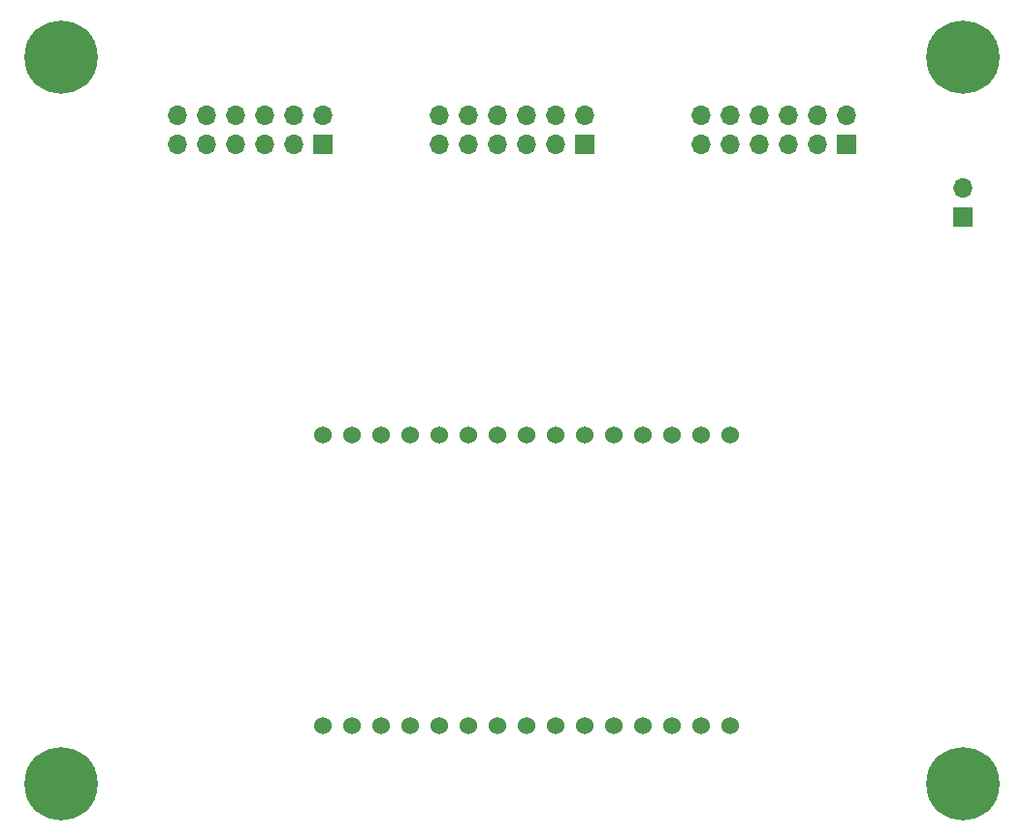
<source format=gbr>
%TF.GenerationSoftware,KiCad,Pcbnew,(6.0.10)*%
%TF.CreationDate,2023-01-05T13:47:08+01:00*%
%TF.ProjectId,pmod_esp32c3_baseboard,706d6f64-5f65-4737-9033-3263335f6261,rev?*%
%TF.SameCoordinates,Original*%
%TF.FileFunction,Soldermask,Top*%
%TF.FilePolarity,Negative*%
%FSLAX46Y46*%
G04 Gerber Fmt 4.6, Leading zero omitted, Abs format (unit mm)*
G04 Created by KiCad (PCBNEW (6.0.10)) date 2023-01-05 13:47:08*
%MOMM*%
%LPD*%
G01*
G04 APERTURE LIST*
%ADD10R,1.700000X1.700000*%
%ADD11O,1.700000X1.700000*%
%ADD12C,0.800000*%
%ADD13C,6.400000*%
%ADD14C,1.524000*%
G04 APERTURE END LIST*
D10*
%TO.C,PMOD2*%
X96520000Y-30480000D03*
D11*
X96520000Y-27940000D03*
X93980000Y-30480000D03*
X93980000Y-27940000D03*
X91440000Y-30480000D03*
X91440000Y-27940000D03*
X88900000Y-30480000D03*
X88900000Y-27940000D03*
X86360000Y-30480000D03*
X86360000Y-27940000D03*
X83820000Y-30480000D03*
X83820000Y-27940000D03*
%TD*%
D10*
%TO.C,PMOD3*%
X119380000Y-30480000D03*
D11*
X119380000Y-27940000D03*
X116840000Y-30480000D03*
X116840000Y-27940000D03*
X114300000Y-30480000D03*
X114300000Y-27940000D03*
X111760000Y-30480000D03*
X111760000Y-27940000D03*
X109220000Y-30480000D03*
X109220000Y-27940000D03*
X106680000Y-30480000D03*
X106680000Y-27940000D03*
%TD*%
D10*
%TO.C,PMOD1*%
X73660000Y-30480000D03*
D11*
X73660000Y-27940000D03*
X71120000Y-30480000D03*
X71120000Y-27940000D03*
X68580000Y-30480000D03*
X68580000Y-27940000D03*
X66040000Y-30480000D03*
X66040000Y-27940000D03*
X63500000Y-30480000D03*
X63500000Y-27940000D03*
X60960000Y-30480000D03*
X60960000Y-27940000D03*
%TD*%
D12*
%TO.C,H3*%
X52497056Y-88057056D03*
X49102944Y-84662944D03*
X50800000Y-83960000D03*
X48400000Y-86360000D03*
X52497056Y-84662944D03*
X49102944Y-88057056D03*
X53200000Y-86360000D03*
D13*
X50800000Y-86360000D03*
D12*
X50800000Y-88760000D03*
%TD*%
%TO.C,H1*%
X50800000Y-20460000D03*
X52497056Y-24557056D03*
X50800000Y-25260000D03*
X53200000Y-22860000D03*
X48400000Y-22860000D03*
X52497056Y-21162944D03*
X49102944Y-24557056D03*
D13*
X50800000Y-22860000D03*
D12*
X49102944Y-21162944D03*
%TD*%
D10*
%TO.C,J1*%
X129540000Y-36830000D03*
D11*
X129540000Y-34290000D03*
%TD*%
D12*
%TO.C,H4*%
X131237056Y-84662944D03*
X127842944Y-88057056D03*
D13*
X129540000Y-86360000D03*
D12*
X127140000Y-86360000D03*
X129540000Y-88760000D03*
X131237056Y-88057056D03*
X127842944Y-84662944D03*
X131940000Y-86360000D03*
X129540000Y-83960000D03*
%TD*%
%TO.C,H2*%
X131237056Y-21162944D03*
X131237056Y-24557056D03*
X127842944Y-21162944D03*
D13*
X129540000Y-22860000D03*
D12*
X129540000Y-25260000D03*
X131940000Y-22860000D03*
X129540000Y-20460000D03*
X127140000Y-22860000D03*
X127842944Y-24557056D03*
%TD*%
D14*
%TO.C,U1*%
X73660000Y-81280000D03*
X76200000Y-81280000D03*
X78740000Y-81280000D03*
X81280000Y-81280000D03*
X83820000Y-81280000D03*
X86360000Y-81280000D03*
X88900000Y-81280000D03*
X91440000Y-81280000D03*
X93980000Y-81280000D03*
X96520000Y-81280000D03*
X99060000Y-81280000D03*
X101600000Y-81280000D03*
X104140000Y-81280000D03*
X106680000Y-81280000D03*
X109220000Y-81280000D03*
X109220000Y-55880000D03*
X106680000Y-55880000D03*
X104140000Y-55880000D03*
X101600000Y-55880000D03*
X99060000Y-55880000D03*
X96520000Y-55880000D03*
X93980000Y-55880000D03*
X91440000Y-55880000D03*
X88900000Y-55880000D03*
X86360000Y-55880000D03*
X83820000Y-55880000D03*
X81280000Y-55880000D03*
X78740000Y-55880000D03*
X76200000Y-55880000D03*
X73660000Y-55880000D03*
%TD*%
M02*

</source>
